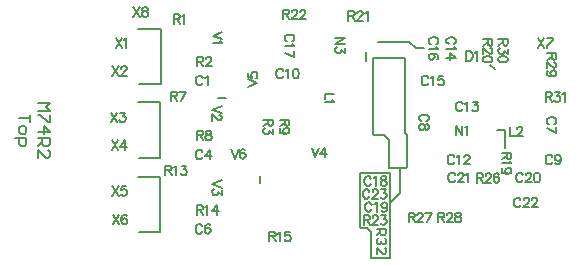
<source format=gto>
G04*
G04 #@! TF.GenerationSoftware,Altium Limited,Altium Designer,20.2.8 (258)*
G04*
G04 Layer_Color=65535*
%FSLAX44Y44*%
%MOMM*%
G71*
G04*
G04 #@! TF.SameCoordinates,7393FA29-42F3-4F85-A097-3E15B117B62E*
G04*
G04*
G04 #@! TF.FilePolarity,Positive*
G04*
G01*
G75*
%ADD10C,0.1500*%
D10*
X420000Y0D02*
X427000D01*
Y-15000D02*
Y0D01*
X115660Y-39450D02*
X134660D01*
Y-86450D02*
Y-39450D01*
X116660Y-86450D02*
X134660D01*
X115730Y23550D02*
X134730D01*
Y-23450D02*
Y23550D01*
X116730Y-23450D02*
X134730D01*
X117000Y39000D02*
X135000D01*
Y86000D01*
X116000D02*
X135000D01*
X329000Y-61000D02*
X330000D01*
X338000Y-53000D01*
Y-32000D01*
X303762Y-81762D02*
Y-36000D01*
Y-81762D02*
X305000Y-83000D01*
X310000D01*
X313000Y-86000D01*
Y-87000D02*
Y-86000D01*
Y-108000D02*
Y-87000D01*
Y-108000D02*
X329000D01*
Y-36000D01*
X303762D02*
X329000D01*
X315000Y-3000D02*
Y61000D01*
Y-3000D02*
X316000Y-4000D01*
X324000D01*
X328000Y-8000D01*
Y-32000D02*
Y-8000D01*
Y-32000D02*
X328000Y-32000D01*
X343000D01*
X344000Y-31000D01*
Y-4000D01*
X342000Y-2000D02*
X344000Y-4000D01*
X342000Y-2000D02*
Y61000D01*
X315000D02*
X342000D01*
X351000Y70000D02*
X358000D01*
X345000Y75000D02*
X351000Y70000D01*
X319000Y75000D02*
X345000D01*
X309000Y59000D02*
Y66000D01*
X414000Y55000D02*
X418000Y52000D01*
X219000Y-45000D02*
Y-39000D01*
X184000Y27000D02*
X190000D01*
X24829Y13329D02*
Y6665D01*
Y9997D01*
X14832D01*
Y1666D02*
Y-1666D01*
X16498Y-3332D01*
X19831D01*
X21497Y-1666D01*
Y1666D01*
X19831Y3332D01*
X16498D01*
X14832Y1666D01*
X11500Y-6665D02*
X21497D01*
Y-11663D01*
X19831Y-13329D01*
X16498D01*
X14832Y-11663D01*
Y-6665D01*
X31500Y23326D02*
X41497D01*
X38165Y19994D01*
X41497Y16661D01*
X31500D01*
X41497Y13329D02*
Y6665D01*
X39831D01*
X33166Y13329D01*
X31500D01*
Y-1666D02*
X41497D01*
X36498Y3332D01*
Y-3332D01*
X31500Y-6665D02*
X41497D01*
Y-11663D01*
X39831Y-13329D01*
X36498D01*
X34832Y-11663D01*
Y-6665D01*
Y-9997D02*
X31500Y-13329D01*
Y-23326D02*
Y-16661D01*
X38165Y-23326D01*
X39831D01*
X41497Y-21660D01*
Y-18327D01*
X39831Y-16661D01*
X318001Y-83337D02*
X325999D01*
Y-87336D01*
X324666Y-88668D01*
X322000D01*
X320667Y-87336D01*
Y-83337D01*
Y-86003D02*
X318001Y-88668D01*
X324666Y-91334D02*
X325999Y-92667D01*
Y-95333D01*
X324666Y-96666D01*
X323333D01*
X322000Y-95333D01*
Y-94000D01*
Y-95333D01*
X320667Y-96666D01*
X319334D01*
X318001Y-95333D01*
Y-92667D01*
X319334Y-91334D01*
X318001Y-104663D02*
Y-99332D01*
X323333Y-104663D01*
X324666D01*
X325999Y-103330D01*
Y-100665D01*
X324666Y-99332D01*
X439713Y-58906D02*
X439332Y-58144D01*
X438570Y-57383D01*
X437809Y-57002D01*
X436285D01*
X435523Y-57383D01*
X434762Y-58144D01*
X434381Y-58906D01*
X434000Y-60049D01*
Y-61953D01*
X434381Y-63096D01*
X434762Y-63857D01*
X435523Y-64619D01*
X436285Y-65000D01*
X437809D01*
X438570Y-64619D01*
X439332Y-63857D01*
X439713Y-63096D01*
X442341Y-58906D02*
Y-58525D01*
X442722Y-57763D01*
X443103Y-57383D01*
X443865Y-57002D01*
X445388D01*
X446150Y-57383D01*
X446531Y-57763D01*
X446912Y-58525D01*
Y-59287D01*
X446531Y-60049D01*
X445769Y-61191D01*
X441960Y-65000D01*
X447292D01*
X449463Y-58906D02*
Y-58525D01*
X449844Y-57763D01*
X450225Y-57383D01*
X450987Y-57002D01*
X452510D01*
X453272Y-57383D01*
X453653Y-57763D01*
X454034Y-58525D01*
Y-59287D01*
X453653Y-60049D01*
X452891Y-61191D01*
X449082Y-65000D01*
X454415D01*
X454336Y77999D02*
X459667Y70001D01*
Y77999D02*
X454336Y70001D01*
X462333Y77999D02*
X467664D01*
Y76666D01*
X462333Y71334D01*
Y70001D01*
X112000Y103998D02*
X117332Y96000D01*
Y103998D02*
X112000Y96000D01*
X121027Y103998D02*
X119884Y103617D01*
X119503Y102856D01*
Y102094D01*
X119884Y101332D01*
X120646Y100951D01*
X122169Y100570D01*
X123312Y100190D01*
X124074Y99428D01*
X124454Y98666D01*
Y97523D01*
X124074Y96762D01*
X123693Y96381D01*
X122550Y96000D01*
X121027D01*
X119884Y96381D01*
X119503Y96762D01*
X119122Y97523D01*
Y98666D01*
X119503Y99428D01*
X120265Y100190D01*
X121407Y100570D01*
X122931Y100951D01*
X123693Y101332D01*
X124074Y102094D01*
Y102856D01*
X123693Y103617D01*
X122550Y103998D01*
X121027D01*
X94612Y-71452D02*
X99944Y-79450D01*
Y-71452D02*
X94612Y-79450D01*
X106305Y-72594D02*
X105924Y-71832D01*
X104782Y-71452D01*
X104020D01*
X102877Y-71832D01*
X102115Y-72975D01*
X101735Y-74879D01*
Y-76784D01*
X102115Y-78307D01*
X102877Y-79069D01*
X104020Y-79450D01*
X104401D01*
X105543Y-79069D01*
X106305Y-78307D01*
X106686Y-77165D01*
Y-76784D01*
X106305Y-75641D01*
X105543Y-74879D01*
X104401Y-74499D01*
X104020D01*
X102877Y-74879D01*
X102115Y-75641D01*
X101735Y-76784D01*
X94136Y-47452D02*
X99468Y-55450D01*
Y-47452D02*
X94136Y-55450D01*
X105829Y-47452D02*
X102020D01*
X101639Y-50880D01*
X102020Y-50499D01*
X103163Y-50118D01*
X104305D01*
X105448Y-50499D01*
X106210Y-51260D01*
X106591Y-52403D01*
Y-53165D01*
X106210Y-54307D01*
X105448Y-55069D01*
X104305Y-55450D01*
X103163D01*
X102020Y-55069D01*
X101639Y-54688D01*
X101258Y-53927D01*
X93660Y-8452D02*
X98992Y-16450D01*
Y-8452D02*
X93660Y-16450D01*
X104591Y-8452D02*
X100782Y-13784D01*
X106495D01*
X104591Y-8452D02*
Y-16450D01*
X93000Y14998D02*
X98332Y7000D01*
Y14998D02*
X93000Y7000D01*
X100884Y14998D02*
X105074D01*
X102788Y11951D01*
X103931D01*
X104693Y11571D01*
X105074Y11190D01*
X105455Y10047D01*
Y9285D01*
X105074Y8143D01*
X104312Y7381D01*
X103169Y7000D01*
X102027D01*
X100884Y7381D01*
X100503Y7762D01*
X100122Y8523D01*
X94136Y53998D02*
X99468Y46000D01*
Y53998D02*
X94136Y46000D01*
X101639Y52094D02*
Y52475D01*
X102020Y53237D01*
X102401Y53617D01*
X103163Y53998D01*
X104686D01*
X105448Y53617D01*
X105829Y53237D01*
X106210Y52475D01*
Y51713D01*
X105829Y50951D01*
X105067Y49809D01*
X101258Y46000D01*
X106591D01*
X97000Y77998D02*
X102332Y70000D01*
Y77998D02*
X97000Y70000D01*
X104122Y76475D02*
X104884Y76856D01*
X106027Y77998D01*
Y70000D01*
X195000Y-16002D02*
X198047Y-24000D01*
X201094Y-16002D02*
X198047Y-24000D01*
X206693Y-17144D02*
X206312Y-16383D01*
X205169Y-16002D01*
X204408D01*
X203265Y-16383D01*
X202503Y-17525D01*
X202122Y-19430D01*
Y-21334D01*
X202503Y-22857D01*
X203265Y-23619D01*
X204408Y-24000D01*
X204788D01*
X205931Y-23619D01*
X206693Y-22857D01*
X207074Y-21715D01*
Y-21334D01*
X206693Y-20191D01*
X205931Y-19430D01*
X204788Y-19049D01*
X204408D01*
X203265Y-19430D01*
X202503Y-20191D01*
X202122Y-21334D01*
X209002Y37000D02*
X217000Y40047D01*
X209002Y43094D02*
X217000Y40047D01*
X209002Y48693D02*
Y44884D01*
X212430Y44503D01*
X212049Y44884D01*
X211668Y46027D01*
Y47169D01*
X212049Y48312D01*
X212810Y49074D01*
X213953Y49454D01*
X214715D01*
X215857Y49074D01*
X216619Y48312D01*
X217000Y47169D01*
Y46027D01*
X216619Y44884D01*
X216238Y44503D01*
X215476Y44122D01*
X263000Y-15002D02*
X266047Y-23000D01*
X269094Y-15002D02*
X266047Y-23000D01*
X273931Y-15002D02*
X270122Y-20334D01*
X275835D01*
X273931Y-15002D02*
Y-23000D01*
X186658Y-42450D02*
X178660Y-45497D01*
X186658Y-48544D02*
X178660Y-45497D01*
X186658Y-50334D02*
Y-54524D01*
X183611Y-52238D01*
Y-53381D01*
X183230Y-54143D01*
X182850Y-54524D01*
X181707Y-54904D01*
X180945D01*
X179803Y-54524D01*
X179041Y-53762D01*
X178660Y-52619D01*
Y-51477D01*
X179041Y-50334D01*
X179422Y-49953D01*
X180184Y-49572D01*
X186728Y20550D02*
X178730Y17503D01*
X186728Y14456D02*
X178730Y17503D01*
X184824Y13047D02*
X185205D01*
X185967Y12666D01*
X186348Y12285D01*
X186728Y11523D01*
Y10000D01*
X186348Y9238D01*
X185967Y8857D01*
X185205Y8476D01*
X184443D01*
X183681Y8857D01*
X182539Y9619D01*
X178730Y13428D01*
Y8096D01*
X186998Y83000D02*
X179000Y79953D01*
X186998Y76906D02*
X179000Y79953D01*
X185475Y75878D02*
X185856Y75116D01*
X186998Y73973D01*
X179000D01*
X243998Y9000D02*
X236000D01*
X243998D02*
Y5572D01*
X243617Y4430D01*
X243237Y4049D01*
X242475Y3668D01*
X241713D01*
X240951Y4049D01*
X240571Y4430D01*
X240190Y5572D01*
Y9000D01*
Y6334D02*
X236000Y3668D01*
X241332Y-3074D02*
X240190Y-2693D01*
X239428Y-1931D01*
X239047Y-788D01*
Y-408D01*
X239428Y735D01*
X240190Y1497D01*
X241332Y1878D01*
X241713D01*
X242856Y1497D01*
X243617Y735D01*
X243998Y-408D01*
Y-788D01*
X243617Y-1931D01*
X242856Y-2693D01*
X241332Y-3074D01*
X239428D01*
X237523Y-2693D01*
X236381Y-1931D01*
X236000Y-788D01*
Y-27D01*
X236381Y1116D01*
X237143Y1497D01*
X165730Y-452D02*
Y-8450D01*
Y-452D02*
X169158D01*
X170301Y-833D01*
X170681Y-1213D01*
X171062Y-1975D01*
Y-2737D01*
X170681Y-3499D01*
X170301Y-3880D01*
X169158Y-4260D01*
X165730D01*
X168396D02*
X171062Y-8450D01*
X174757Y-452D02*
X173614Y-833D01*
X173233Y-1594D01*
Y-2356D01*
X173614Y-3118D01*
X174376Y-3499D01*
X175899Y-3880D01*
X177042Y-4260D01*
X177804Y-5022D01*
X178185Y-5784D01*
Y-6927D01*
X177804Y-7688D01*
X177423Y-8069D01*
X176280Y-8450D01*
X174757D01*
X173614Y-8069D01*
X173233Y-7688D01*
X172852Y-6927D01*
Y-5784D01*
X173233Y-5022D01*
X173995Y-4260D01*
X175138Y-3880D01*
X176661Y-3499D01*
X177423Y-3118D01*
X177804Y-2356D01*
Y-1594D01*
X177423Y-833D01*
X176280Y-452D01*
X174757D01*
X143730Y32548D02*
Y24550D01*
Y32548D02*
X147158D01*
X148301Y32167D01*
X148681Y31787D01*
X149062Y31025D01*
Y30263D01*
X148681Y29501D01*
X148301Y29121D01*
X147158Y28740D01*
X143730D01*
X146396D02*
X149062Y24550D01*
X156185Y32548D02*
X152376Y24550D01*
X150852Y32548D02*
X156185D01*
X461000Y31998D02*
Y24000D01*
Y31998D02*
X464428D01*
X465570Y31617D01*
X465951Y31237D01*
X466332Y30475D01*
Y29713D01*
X465951Y28951D01*
X465570Y28570D01*
X464428Y28190D01*
X461000D01*
X463666D02*
X466332Y24000D01*
X468884Y31998D02*
X473074D01*
X470788Y28951D01*
X471931D01*
X472693Y28570D01*
X473074Y28190D01*
X473455Y27047D01*
Y26285D01*
X473074Y25143D01*
X472312Y24381D01*
X471169Y24000D01*
X470027D01*
X468884Y24381D01*
X468503Y24762D01*
X468122Y25524D01*
X475245Y30475D02*
X476006Y30856D01*
X477149Y31998D01*
Y24000D01*
X428998Y77000D02*
X421000D01*
X428998D02*
Y73572D01*
X428617Y72429D01*
X428237Y72049D01*
X427475Y71668D01*
X426713D01*
X425951Y72049D01*
X425570Y72429D01*
X425190Y73572D01*
Y77000D01*
Y74334D02*
X421000Y71668D01*
X428998Y69116D02*
Y64926D01*
X425951Y67212D01*
Y66069D01*
X425570Y65307D01*
X425190Y64926D01*
X424047Y64545D01*
X423285D01*
X422143Y64926D01*
X421381Y65688D01*
X421000Y66831D01*
Y67973D01*
X421381Y69116D01*
X421762Y69497D01*
X422523Y69878D01*
X428998Y60470D02*
X428617Y61613D01*
X427475Y62375D01*
X425570Y62755D01*
X424428D01*
X422523Y62375D01*
X421381Y61613D01*
X421000Y60470D01*
Y59708D01*
X421381Y58566D01*
X422523Y57804D01*
X424428Y57423D01*
X425570D01*
X427475Y57804D01*
X428617Y58566D01*
X428998Y59708D01*
Y60470D01*
X229998Y9000D02*
X222000D01*
X229998D02*
Y5572D01*
X229617Y4430D01*
X229237Y4049D01*
X228475Y3668D01*
X227713D01*
X226951Y4049D01*
X226570Y4430D01*
X226190Y5572D01*
Y9000D01*
Y6334D02*
X222000Y3668D01*
X229998Y1116D02*
Y-3074D01*
X226951Y-788D01*
Y-1931D01*
X226570Y-2693D01*
X226190Y-3074D01*
X225047Y-3455D01*
X224285D01*
X223143Y-3074D01*
X222381Y-2312D01*
X222000Y-1169D01*
Y-27D01*
X222381Y1116D01*
X222762Y1497D01*
X223524Y1878D01*
X469998Y65000D02*
X462000D01*
X469998D02*
Y61572D01*
X469617Y60430D01*
X469237Y60049D01*
X468475Y59668D01*
X467713D01*
X466951Y60049D01*
X466570Y60430D01*
X466190Y61572D01*
Y65000D01*
Y62334D02*
X462000Y59668D01*
X468094Y57497D02*
X468475D01*
X469237Y57116D01*
X469617Y56735D01*
X469998Y55973D01*
Y54450D01*
X469617Y53688D01*
X469237Y53307D01*
X468475Y52926D01*
X467713D01*
X466951Y53307D01*
X465809Y54069D01*
X462000Y57878D01*
Y52545D01*
X467332Y45804D02*
X466190Y46185D01*
X465428Y46947D01*
X465047Y48089D01*
Y48470D01*
X465428Y49613D01*
X466190Y50374D01*
X467332Y50755D01*
X467713D01*
X468856Y50374D01*
X469617Y49613D01*
X469998Y48470D01*
Y48089D01*
X469617Y46947D01*
X468856Y46185D01*
X467332Y45804D01*
X465428D01*
X463523Y46185D01*
X462381Y46947D01*
X462000Y48089D01*
Y48851D01*
X462381Y49994D01*
X463143Y50374D01*
X370000Y-70002D02*
Y-78000D01*
Y-70002D02*
X373428D01*
X374570Y-70383D01*
X374951Y-70763D01*
X375332Y-71525D01*
Y-72287D01*
X374951Y-73049D01*
X374570Y-73429D01*
X373428Y-73810D01*
X370000D01*
X372666D02*
X375332Y-78000D01*
X377503Y-71906D02*
Y-71525D01*
X377884Y-70763D01*
X378265Y-70383D01*
X379027Y-70002D01*
X380550D01*
X381312Y-70383D01*
X381693Y-70763D01*
X382074Y-71525D01*
Y-72287D01*
X381693Y-73049D01*
X380931Y-74191D01*
X377122Y-78000D01*
X382454D01*
X386149Y-70002D02*
X385006Y-70383D01*
X384625Y-71144D01*
Y-71906D01*
X385006Y-72668D01*
X385768Y-73049D01*
X387291Y-73429D01*
X388434Y-73810D01*
X389196Y-74572D01*
X389577Y-75334D01*
Y-76476D01*
X389196Y-77238D01*
X388815Y-77619D01*
X387672Y-78000D01*
X386149D01*
X385006Y-77619D01*
X384625Y-77238D01*
X384245Y-76476D01*
Y-75334D01*
X384625Y-74572D01*
X385387Y-73810D01*
X386530Y-73429D01*
X388053Y-73049D01*
X388815Y-72668D01*
X389196Y-71906D01*
Y-71144D01*
X388815Y-70383D01*
X387672Y-70002D01*
X386149D01*
X345000D02*
Y-78000D01*
Y-70002D02*
X348428D01*
X349570Y-70383D01*
X349951Y-70763D01*
X350332Y-71525D01*
Y-72287D01*
X349951Y-73049D01*
X349570Y-73429D01*
X348428Y-73810D01*
X345000D01*
X347666D02*
X350332Y-78000D01*
X352503Y-71906D02*
Y-71525D01*
X352884Y-70763D01*
X353265Y-70383D01*
X354027Y-70002D01*
X355550D01*
X356312Y-70383D01*
X356693Y-70763D01*
X357074Y-71525D01*
Y-72287D01*
X356693Y-73049D01*
X355931Y-74191D01*
X352122Y-78000D01*
X357454D01*
X364577Y-70002D02*
X360768Y-78000D01*
X359245Y-70002D02*
X364577D01*
X402670Y-36462D02*
Y-44460D01*
Y-36462D02*
X406098D01*
X407240Y-36843D01*
X407621Y-37223D01*
X408002Y-37985D01*
Y-38747D01*
X407621Y-39509D01*
X407240Y-39890D01*
X406098Y-40270D01*
X402670D01*
X405336D02*
X408002Y-44460D01*
X410173Y-38366D02*
Y-37985D01*
X410554Y-37223D01*
X410935Y-36843D01*
X411697Y-36462D01*
X413220D01*
X413982Y-36843D01*
X414363Y-37223D01*
X414744Y-37985D01*
Y-38747D01*
X414363Y-39509D01*
X413601Y-40651D01*
X409792Y-44460D01*
X415125D01*
X421485Y-37604D02*
X421104Y-36843D01*
X419962Y-36462D01*
X419200D01*
X418057Y-36843D01*
X417295Y-37985D01*
X416915Y-39890D01*
Y-41794D01*
X417295Y-43317D01*
X418057Y-44079D01*
X419200Y-44460D01*
X419581D01*
X420723Y-44079D01*
X421485Y-43317D01*
X421866Y-42175D01*
Y-41794D01*
X421485Y-40651D01*
X420723Y-39890D01*
X419581Y-39509D01*
X419200D01*
X418057Y-39890D01*
X417295Y-40651D01*
X416915Y-41794D01*
X307000Y-72002D02*
Y-80000D01*
Y-72002D02*
X310428D01*
X311570Y-72383D01*
X311951Y-72763D01*
X312332Y-73525D01*
Y-74287D01*
X311951Y-75049D01*
X311570Y-75430D01*
X310428Y-75810D01*
X307000D01*
X309666D02*
X312332Y-80000D01*
X314503Y-73906D02*
Y-73525D01*
X314884Y-72763D01*
X315265Y-72383D01*
X316027Y-72002D01*
X317550D01*
X318312Y-72383D01*
X318693Y-72763D01*
X319074Y-73525D01*
Y-74287D01*
X318693Y-75049D01*
X317931Y-76191D01*
X314122Y-80000D01*
X319454D01*
X322006Y-72002D02*
X326196D01*
X323911Y-75049D01*
X325053D01*
X325815Y-75430D01*
X326196Y-75810D01*
X326577Y-76953D01*
Y-77715D01*
X326196Y-78857D01*
X325434Y-79619D01*
X324291Y-80000D01*
X323149D01*
X322006Y-79619D01*
X321625Y-79238D01*
X321245Y-78477D01*
X238510Y101998D02*
Y94000D01*
Y101998D02*
X241938D01*
X243080Y101617D01*
X243461Y101237D01*
X243842Y100475D01*
Y99713D01*
X243461Y98951D01*
X243080Y98570D01*
X241938Y98190D01*
X238510D01*
X241176D02*
X243842Y94000D01*
X246013Y100094D02*
Y100475D01*
X246394Y101237D01*
X246775Y101617D01*
X247537Y101998D01*
X249060D01*
X249822Y101617D01*
X250203Y101237D01*
X250584Y100475D01*
Y99713D01*
X250203Y98951D01*
X249441Y97809D01*
X245632Y94000D01*
X250964D01*
X253135Y100094D02*
Y100475D01*
X253516Y101237D01*
X253897Y101617D01*
X254659Y101998D01*
X256182D01*
X256944Y101617D01*
X257325Y101237D01*
X257706Y100475D01*
Y99713D01*
X257325Y98951D01*
X256563Y97809D01*
X252754Y94000D01*
X258087D01*
X294110Y100801D02*
Y92802D01*
Y100801D02*
X297538D01*
X298680Y100420D01*
X299061Y100039D01*
X299442Y99277D01*
Y98516D01*
X299061Y97754D01*
X298680Y97373D01*
X297538Y96992D01*
X294110D01*
X296776D02*
X299442Y92802D01*
X301613Y98896D02*
Y99277D01*
X301994Y100039D01*
X302375Y100420D01*
X303137Y100801D01*
X304660D01*
X305422Y100420D01*
X305803Y100039D01*
X306184Y99277D01*
Y98516D01*
X305803Y97754D01*
X305041Y96611D01*
X301232Y92802D01*
X306565D01*
X308355Y99277D02*
X309116Y99658D01*
X310259Y100801D01*
Y92802D01*
X415998Y77000D02*
X408000D01*
X415998D02*
Y73572D01*
X415617Y72429D01*
X415237Y72049D01*
X414475Y71668D01*
X413713D01*
X412951Y72049D01*
X412570Y72429D01*
X412190Y73572D01*
Y77000D01*
Y74334D02*
X408000Y71668D01*
X414094Y69497D02*
X414475D01*
X415237Y69116D01*
X415617Y68735D01*
X415998Y67973D01*
Y66450D01*
X415617Y65688D01*
X415237Y65307D01*
X414475Y64926D01*
X413713D01*
X412951Y65307D01*
X411809Y66069D01*
X408000Y69878D01*
Y64545D01*
X415998Y60470D02*
X415617Y61613D01*
X414475Y62375D01*
X412570Y62755D01*
X411428D01*
X409524Y62375D01*
X408381Y61613D01*
X408000Y60470D01*
Y59708D01*
X408381Y58566D01*
X409524Y57804D01*
X411428Y57423D01*
X412570D01*
X414475Y57804D01*
X415617Y58566D01*
X415998Y59708D01*
Y60470D01*
X166000Y61998D02*
Y54000D01*
Y61998D02*
X169428D01*
X170571Y61617D01*
X170951Y61237D01*
X171332Y60475D01*
Y59713D01*
X170951Y58951D01*
X170571Y58570D01*
X169428Y58190D01*
X166000D01*
X168666D02*
X171332Y54000D01*
X173503Y60094D02*
Y60475D01*
X173884Y61237D01*
X174265Y61617D01*
X175027Y61998D01*
X176550D01*
X177312Y61617D01*
X177693Y61237D01*
X178074Y60475D01*
Y59713D01*
X177693Y58951D01*
X176931Y57809D01*
X173122Y54000D01*
X178454D01*
X431998Y-19000D02*
X424000D01*
X431998D02*
Y-22428D01*
X431617Y-23570D01*
X431237Y-23951D01*
X430475Y-24332D01*
X429713D01*
X428951Y-23951D01*
X428570Y-23570D01*
X428190Y-22428D01*
Y-19000D01*
Y-21666D02*
X424000Y-24332D01*
X430475Y-26122D02*
X430856Y-26884D01*
X431998Y-28027D01*
X424000D01*
X429332Y-36939D02*
X428190Y-36558D01*
X427428Y-35796D01*
X427047Y-34654D01*
Y-34273D01*
X427428Y-33130D01*
X428190Y-32369D01*
X429332Y-31988D01*
X429713D01*
X430856Y-32369D01*
X431617Y-33130D01*
X431998Y-34273D01*
Y-34654D01*
X431617Y-35796D01*
X430856Y-36558D01*
X429332Y-36939D01*
X427428D01*
X425523Y-36558D01*
X424381Y-35796D01*
X424000Y-34654D01*
Y-33892D01*
X424381Y-32749D01*
X425143Y-32369D01*
X227000Y-86002D02*
Y-94000D01*
Y-86002D02*
X230428D01*
X231570Y-86383D01*
X231951Y-86763D01*
X232332Y-87525D01*
Y-88287D01*
X231951Y-89049D01*
X231570Y-89430D01*
X230428Y-89810D01*
X227000D01*
X229666D02*
X232332Y-94000D01*
X234122Y-87525D02*
X234884Y-87144D01*
X236027Y-86002D01*
Y-94000D01*
X244558Y-86002D02*
X240749D01*
X240369Y-89430D01*
X240749Y-89049D01*
X241892Y-88668D01*
X243035D01*
X244177Y-89049D01*
X244939Y-89810D01*
X245320Y-90953D01*
Y-91715D01*
X244939Y-92857D01*
X244177Y-93619D01*
X243035Y-94000D01*
X241892D01*
X240749Y-93619D01*
X240369Y-93238D01*
X239988Y-92477D01*
X165660Y-63452D02*
Y-71450D01*
Y-63452D02*
X169088D01*
X170231Y-63833D01*
X170611Y-64213D01*
X170992Y-64975D01*
Y-65737D01*
X170611Y-66499D01*
X170231Y-66880D01*
X169088Y-67260D01*
X165660D01*
X168326D02*
X170992Y-71450D01*
X172782Y-64975D02*
X173544Y-64594D01*
X174687Y-63452D01*
Y-71450D01*
X182456Y-63452D02*
X178648Y-68784D01*
X184361D01*
X182456Y-63452D02*
Y-71450D01*
X139000Y-30002D02*
Y-38000D01*
Y-30002D02*
X142428D01*
X143570Y-30383D01*
X143951Y-30763D01*
X144332Y-31525D01*
Y-32287D01*
X143951Y-33049D01*
X143570Y-33430D01*
X142428Y-33810D01*
X139000D01*
X141666D02*
X144332Y-38000D01*
X146122Y-31525D02*
X146884Y-31144D01*
X148027Y-30002D01*
Y-38000D01*
X152750Y-30002D02*
X156939D01*
X154654Y-33049D01*
X155796D01*
X156558Y-33430D01*
X156939Y-33810D01*
X157320Y-34953D01*
Y-35715D01*
X156939Y-36857D01*
X156177Y-37619D01*
X155035Y-38000D01*
X153892D01*
X152750Y-37619D01*
X152369Y-37238D01*
X151988Y-36477D01*
X146000Y97998D02*
Y90000D01*
Y97998D02*
X149428D01*
X150570Y97617D01*
X150951Y97237D01*
X151332Y96475D01*
Y95713D01*
X150951Y94951D01*
X150570Y94570D01*
X149428Y94190D01*
X146000D01*
X148666D02*
X151332Y90000D01*
X153122Y96475D02*
X153884Y96856D01*
X155027Y97998D01*
Y90000D01*
X290998Y78000D02*
X283000D01*
X290998D02*
X283000Y72668D01*
X290998D02*
X283000D01*
X290998Y69697D02*
Y65507D01*
X287951Y67793D01*
Y66650D01*
X287570Y65888D01*
X287190Y65507D01*
X286047Y65127D01*
X285285D01*
X284143Y65507D01*
X283381Y66269D01*
X283000Y67412D01*
Y68554D01*
X283381Y69697D01*
X283762Y70078D01*
X284524Y70459D01*
X385000Y3998D02*
Y-4000D01*
Y3998D02*
X390332Y-4000D01*
Y3998D02*
Y-4000D01*
X392541Y2475D02*
X393303Y2856D01*
X394446Y3998D01*
Y-4000D01*
X431000Y2998D02*
Y-5000D01*
X435570D01*
X436827Y1094D02*
Y1475D01*
X437208Y2237D01*
X437589Y2617D01*
X438351Y2998D01*
X439874D01*
X440636Y2617D01*
X441017Y2237D01*
X441398Y1475D01*
Y713D01*
X441017Y-49D01*
X440255Y-1191D01*
X436446Y-5000D01*
X441779D01*
X281998Y31000D02*
X274000D01*
Y26430D01*
X280475Y25554D02*
X280856Y24792D01*
X281998Y23649D01*
X274000D01*
X394000Y66998D02*
Y59000D01*
Y66998D02*
X396666D01*
X397809Y66617D01*
X398570Y65856D01*
X398951Y65094D01*
X399332Y63951D01*
Y62047D01*
X398951Y60904D01*
X398570Y60143D01*
X397809Y59381D01*
X396666Y59000D01*
X394000D01*
X401122Y65475D02*
X401884Y65856D01*
X403027Y66998D01*
Y59000D01*
X466713Y-22906D02*
X466332Y-22144D01*
X465570Y-21383D01*
X464809Y-21002D01*
X463285D01*
X462523Y-21383D01*
X461762Y-22144D01*
X461381Y-22906D01*
X461000Y-24049D01*
Y-25953D01*
X461381Y-27096D01*
X461762Y-27857D01*
X462523Y-28619D01*
X463285Y-29000D01*
X464809D01*
X465570Y-28619D01*
X466332Y-27857D01*
X466713Y-27096D01*
X473912Y-23668D02*
X473531Y-24810D01*
X472769Y-25572D01*
X471626Y-25953D01*
X471245D01*
X470103Y-25572D01*
X469341Y-24810D01*
X468960Y-23668D01*
Y-23287D01*
X469341Y-22144D01*
X470103Y-21383D01*
X471245Y-21002D01*
X471626D01*
X472769Y-21383D01*
X473531Y-22144D01*
X473912Y-23668D01*
Y-25572D01*
X473531Y-27476D01*
X472769Y-28619D01*
X471626Y-29000D01*
X470865D01*
X469722Y-28619D01*
X469341Y-27857D01*
X360060Y7601D02*
X360822Y7982D01*
X361584Y8743D01*
X361965Y9505D01*
Y11029D01*
X361584Y11790D01*
X360822Y12552D01*
X360060Y12933D01*
X358918Y13314D01*
X357013D01*
X355871Y12933D01*
X355109Y12552D01*
X354347Y11790D01*
X353966Y11029D01*
Y9505D01*
X354347Y8743D01*
X355109Y7982D01*
X355871Y7601D01*
X361965Y3449D02*
X361584Y4592D01*
X360822Y4973D01*
X360060D01*
X359299Y4592D01*
X358918Y3830D01*
X358537Y2307D01*
X358156Y1164D01*
X357394Y402D01*
X356632Y22D01*
X355490D01*
X354728Y402D01*
X354347Y783D01*
X353966Y1926D01*
Y3449D01*
X354347Y4592D01*
X354728Y4973D01*
X355490Y5354D01*
X356632D01*
X357394Y4973D01*
X358156Y4211D01*
X358537Y3068D01*
X358918Y1545D01*
X359299Y783D01*
X360060Y402D01*
X360822D01*
X361584Y783D01*
X361965Y1926D01*
Y3449D01*
X468094Y5287D02*
X468856Y5668D01*
X469617Y6430D01*
X469998Y7191D01*
Y8715D01*
X469617Y9477D01*
X468856Y10238D01*
X468094Y10619D01*
X466951Y11000D01*
X465047D01*
X463904Y10619D01*
X463143Y10238D01*
X462381Y9477D01*
X462000Y8715D01*
Y7191D01*
X462381Y6430D01*
X463143Y5668D01*
X463904Y5287D01*
X469998Y-2292D02*
X462000Y1516D01*
X469998Y3040D02*
Y-2292D01*
X170373Y-81356D02*
X169992Y-80594D01*
X169230Y-79833D01*
X168469Y-79452D01*
X166945D01*
X166184Y-79833D01*
X165422Y-80594D01*
X165041Y-81356D01*
X164660Y-82499D01*
Y-84403D01*
X165041Y-85546D01*
X165422Y-86307D01*
X166184Y-87069D01*
X166945Y-87450D01*
X168469D01*
X169230Y-87069D01*
X169992Y-86307D01*
X170373Y-85546D01*
X177191Y-80594D02*
X176810Y-79833D01*
X175667Y-79452D01*
X174905D01*
X173763Y-79833D01*
X173001Y-80975D01*
X172620Y-82879D01*
Y-84784D01*
X173001Y-86307D01*
X173763Y-87069D01*
X174905Y-87450D01*
X175286D01*
X176429Y-87069D01*
X177191Y-86307D01*
X177572Y-85165D01*
Y-84784D01*
X177191Y-83641D01*
X176429Y-82879D01*
X175286Y-82499D01*
X174905D01*
X173763Y-82879D01*
X173001Y-83641D01*
X172620Y-84784D01*
X170443Y-18356D02*
X170062Y-17594D01*
X169300Y-16832D01*
X168539Y-16452D01*
X167015D01*
X166254Y-16832D01*
X165492Y-17594D01*
X165111Y-18356D01*
X164730Y-19499D01*
Y-21403D01*
X165111Y-22546D01*
X165492Y-23307D01*
X166254Y-24069D01*
X167015Y-24450D01*
X168539D01*
X169300Y-24069D01*
X170062Y-23307D01*
X170443Y-22546D01*
X176499Y-16452D02*
X172690Y-21784D01*
X178403D01*
X176499Y-16452D02*
Y-24450D01*
X311875Y-51906D02*
X311494Y-51144D01*
X310732Y-50383D01*
X309971Y-50002D01*
X308447D01*
X307686Y-50383D01*
X306924Y-51144D01*
X306543Y-51906D01*
X306162Y-53049D01*
Y-54953D01*
X306543Y-56096D01*
X306924Y-56857D01*
X307686Y-57619D01*
X308447Y-58000D01*
X309971D01*
X310732Y-57619D01*
X311494Y-56857D01*
X311875Y-56096D01*
X314503Y-51906D02*
Y-51525D01*
X314884Y-50763D01*
X315265Y-50383D01*
X316027Y-50002D01*
X317550D01*
X318312Y-50383D01*
X318693Y-50763D01*
X319074Y-51525D01*
Y-52287D01*
X318693Y-53049D01*
X317931Y-54191D01*
X314122Y-58000D01*
X319454D01*
X322006Y-50002D02*
X326196D01*
X323911Y-53049D01*
X325053D01*
X325815Y-53429D01*
X326196Y-53810D01*
X326577Y-54953D01*
Y-55715D01*
X326196Y-56857D01*
X325434Y-57619D01*
X324291Y-58000D01*
X323149D01*
X322006Y-57619D01*
X321625Y-57238D01*
X321245Y-56476D01*
X384333Y-37906D02*
X383952Y-37144D01*
X383190Y-36383D01*
X382429Y-36002D01*
X380905D01*
X380144Y-36383D01*
X379382Y-37144D01*
X379001Y-37906D01*
X378620Y-39049D01*
Y-40953D01*
X379001Y-42096D01*
X379382Y-42857D01*
X380144Y-43619D01*
X380905Y-44000D01*
X382429D01*
X383190Y-43619D01*
X383952Y-42857D01*
X384333Y-42096D01*
X386961Y-37906D02*
Y-37525D01*
X387342Y-36763D01*
X387723Y-36383D01*
X388485Y-36002D01*
X390008D01*
X390770Y-36383D01*
X391151Y-36763D01*
X391531Y-37525D01*
Y-38287D01*
X391151Y-39049D01*
X390389Y-40191D01*
X386580Y-44000D01*
X391912D01*
X393703Y-37525D02*
X394464Y-37144D01*
X395607Y-36002D01*
Y-44000D01*
X441713Y-37906D02*
X441332Y-37144D01*
X440570Y-36383D01*
X439809Y-36002D01*
X438285D01*
X437523Y-36383D01*
X436762Y-37144D01*
X436381Y-37906D01*
X436000Y-39049D01*
Y-40953D01*
X436381Y-42096D01*
X436762Y-42857D01*
X437523Y-43619D01*
X438285Y-44000D01*
X439809D01*
X440570Y-43619D01*
X441332Y-42857D01*
X441713Y-42096D01*
X444341Y-37906D02*
Y-37525D01*
X444722Y-36763D01*
X445103Y-36383D01*
X445865Y-36002D01*
X447388D01*
X448150Y-36383D01*
X448531Y-36763D01*
X448912Y-37525D01*
Y-38287D01*
X448531Y-39049D01*
X447769Y-40191D01*
X443960Y-44000D01*
X449292D01*
X453368Y-36002D02*
X452225Y-36383D01*
X451463Y-37525D01*
X451082Y-39430D01*
Y-40572D01*
X451463Y-42477D01*
X452225Y-43619D01*
X453368Y-44000D01*
X454129D01*
X455272Y-43619D01*
X456034Y-42477D01*
X456415Y-40572D01*
Y-39430D01*
X456034Y-37525D01*
X455272Y-36383D01*
X454129Y-36002D01*
X453368D01*
X313713Y-62906D02*
X313332Y-62144D01*
X312570Y-61383D01*
X311809Y-61002D01*
X310285D01*
X309524Y-61383D01*
X308762Y-62144D01*
X308381Y-62906D01*
X308000Y-64049D01*
Y-65953D01*
X308381Y-67096D01*
X308762Y-67857D01*
X309524Y-68619D01*
X310285Y-69000D01*
X311809D01*
X312570Y-68619D01*
X313332Y-67857D01*
X313713Y-67096D01*
X315960Y-62525D02*
X316722Y-62144D01*
X317865Y-61002D01*
Y-69000D01*
X326777Y-63668D02*
X326396Y-64810D01*
X325634Y-65572D01*
X324492Y-65953D01*
X324111D01*
X322968Y-65572D01*
X322206Y-64810D01*
X321826Y-63668D01*
Y-63287D01*
X322206Y-62144D01*
X322968Y-61383D01*
X324111Y-61002D01*
X324492D01*
X325634Y-61383D01*
X326396Y-62144D01*
X326777Y-63668D01*
Y-65572D01*
X326396Y-67477D01*
X325634Y-68619D01*
X324492Y-69000D01*
X323730D01*
X322587Y-68619D01*
X322206Y-67857D01*
X313132Y-40906D02*
X312751Y-40144D01*
X311989Y-39383D01*
X311228Y-39002D01*
X309704D01*
X308942Y-39383D01*
X308181Y-40144D01*
X307800Y-40906D01*
X307419Y-42049D01*
Y-43953D01*
X307800Y-45096D01*
X308181Y-45857D01*
X308942Y-46619D01*
X309704Y-47000D01*
X311228D01*
X311989Y-46619D01*
X312751Y-45857D01*
X313132Y-45096D01*
X315379Y-40525D02*
X316141Y-40144D01*
X317283Y-39002D01*
Y-47000D01*
X323149Y-39002D02*
X322006Y-39383D01*
X321625Y-40144D01*
Y-40906D01*
X322006Y-41668D01*
X322768Y-42049D01*
X324291Y-42429D01*
X325434Y-42810D01*
X326196Y-43572D01*
X326577Y-44334D01*
Y-45476D01*
X326196Y-46238D01*
X325815Y-46619D01*
X324672Y-47000D01*
X323149D01*
X322006Y-46619D01*
X321625Y-46238D01*
X321245Y-45476D01*
Y-44334D01*
X321625Y-43572D01*
X322387Y-42810D01*
X323530Y-42429D01*
X325053Y-42049D01*
X325815Y-41668D01*
X326196Y-40906D01*
Y-40144D01*
X325815Y-39383D01*
X324672Y-39002D01*
X323149D01*
X246094Y75287D02*
X246856Y75668D01*
X247617Y76430D01*
X247998Y77191D01*
Y78715D01*
X247617Y79476D01*
X246856Y80238D01*
X246094Y80619D01*
X244951Y81000D01*
X243047D01*
X241904Y80619D01*
X241143Y80238D01*
X240381Y79476D01*
X240000Y78715D01*
Y77191D01*
X240381Y76430D01*
X241143Y75668D01*
X241904Y75287D01*
X246475Y73040D02*
X246856Y72278D01*
X247998Y71135D01*
X240000D01*
X247998Y61842D02*
X240000Y65651D01*
X247998Y67174D02*
Y61842D01*
X368085Y72828D02*
X368846Y73209D01*
X369608Y73971D01*
X369989Y74733D01*
Y76256D01*
X369608Y77018D01*
X368846Y77779D01*
X368085Y78160D01*
X366942Y78541D01*
X365038D01*
X363895Y78160D01*
X363133Y77779D01*
X362372Y77018D01*
X361991Y76256D01*
Y74733D01*
X362372Y73971D01*
X363133Y73209D01*
X363895Y72828D01*
X368465Y70581D02*
X368846Y69819D01*
X369989Y68677D01*
X361991D01*
X368846Y60145D02*
X369608Y60526D01*
X369989Y61669D01*
Y62430D01*
X369608Y63573D01*
X368465Y64335D01*
X366561Y64716D01*
X364657D01*
X363133Y64335D01*
X362372Y63573D01*
X361991Y62430D01*
Y62049D01*
X362372Y60907D01*
X363133Y60145D01*
X364276Y59764D01*
X364657D01*
X365799Y60145D01*
X366561Y60907D01*
X366942Y62049D01*
Y62430D01*
X366561Y63573D01*
X365799Y64335D01*
X364657Y64716D01*
X361713Y44094D02*
X361332Y44856D01*
X360570Y45617D01*
X359809Y45998D01*
X358285D01*
X357523Y45617D01*
X356762Y44856D01*
X356381Y44094D01*
X356000Y42951D01*
Y41047D01*
X356381Y39904D01*
X356762Y39143D01*
X357523Y38381D01*
X358285Y38000D01*
X359809D01*
X360570Y38381D01*
X361332Y39143D01*
X361713Y39904D01*
X363960Y44475D02*
X364722Y44856D01*
X365865Y45998D01*
Y38000D01*
X374396Y45998D02*
X370587D01*
X370206Y42571D01*
X370587Y42951D01*
X371730Y43332D01*
X372873D01*
X374015Y42951D01*
X374777Y42190D01*
X375158Y41047D01*
Y40285D01*
X374777Y39143D01*
X374015Y38381D01*
X372873Y38000D01*
X371730D01*
X370587Y38381D01*
X370206Y38762D01*
X369826Y39523D01*
X383085Y73114D02*
X383846Y73495D01*
X384608Y74257D01*
X384989Y75018D01*
Y76542D01*
X384608Y77304D01*
X383846Y78065D01*
X383085Y78446D01*
X381942Y78827D01*
X380038D01*
X378895Y78446D01*
X378133Y78065D01*
X377371Y77304D01*
X376991Y76542D01*
Y75018D01*
X377371Y74257D01*
X378133Y73495D01*
X378895Y73114D01*
X383465Y70867D02*
X383846Y70105D01*
X384989Y68962D01*
X376991D01*
X384989Y61193D02*
X379657Y65001D01*
Y59288D01*
X384989Y61193D02*
X376991D01*
X390713Y22094D02*
X390332Y22856D01*
X389570Y23617D01*
X388809Y23998D01*
X387285D01*
X386524Y23617D01*
X385762Y22856D01*
X385381Y22094D01*
X385000Y20951D01*
Y19047D01*
X385381Y17904D01*
X385762Y17143D01*
X386524Y16381D01*
X387285Y16000D01*
X388809D01*
X389570Y16381D01*
X390332Y17143D01*
X390713Y17904D01*
X392960Y22475D02*
X393722Y22856D01*
X394865Y23998D01*
Y16000D01*
X399587Y23998D02*
X403777D01*
X401492Y20951D01*
X402634D01*
X403396Y20570D01*
X403777Y20190D01*
X404158Y19047D01*
Y18285D01*
X403777Y17143D01*
X403015Y16381D01*
X401873Y16000D01*
X400730D01*
X399587Y16381D01*
X399207Y16762D01*
X398826Y17523D01*
X383713Y-22906D02*
X383332Y-22144D01*
X382570Y-21383D01*
X381809Y-21002D01*
X380285D01*
X379524Y-21383D01*
X378762Y-22144D01*
X378381Y-22906D01*
X378000Y-24049D01*
Y-25953D01*
X378381Y-27096D01*
X378762Y-27857D01*
X379524Y-28619D01*
X380285Y-29000D01*
X381809D01*
X382570Y-28619D01*
X383332Y-27857D01*
X383713Y-27096D01*
X385960Y-22525D02*
X386722Y-22144D01*
X387865Y-21002D01*
Y-29000D01*
X392206Y-22906D02*
Y-22525D01*
X392587Y-21763D01*
X392968Y-21383D01*
X393730Y-21002D01*
X395253D01*
X396015Y-21383D01*
X396396Y-21763D01*
X396777Y-22525D01*
Y-23287D01*
X396396Y-24049D01*
X395634Y-25191D01*
X391826Y-29000D01*
X397158D01*
X238713Y50094D02*
X238332Y50856D01*
X237570Y51617D01*
X236809Y51998D01*
X235285D01*
X234524Y51617D01*
X233762Y50856D01*
X233381Y50094D01*
X233000Y48951D01*
Y47047D01*
X233381Y45904D01*
X233762Y45143D01*
X234524Y44381D01*
X235285Y44000D01*
X236809D01*
X237570Y44381D01*
X238332Y45143D01*
X238713Y45904D01*
X240960Y50475D02*
X241722Y50856D01*
X242865Y51998D01*
Y44000D01*
X249111Y51998D02*
X247968Y51617D01*
X247206Y50475D01*
X246826Y48570D01*
Y47428D01*
X247206Y45524D01*
X247968Y44381D01*
X249111Y44000D01*
X249873D01*
X251015Y44381D01*
X251777Y45524D01*
X252158Y47428D01*
Y48570D01*
X251777Y50475D01*
X251015Y51617D01*
X249873Y51998D01*
X249111D01*
X170713Y44094D02*
X170332Y44856D01*
X169571Y45617D01*
X168809Y45998D01*
X167285D01*
X166523Y45617D01*
X165762Y44856D01*
X165381Y44094D01*
X165000Y42951D01*
Y41047D01*
X165381Y39904D01*
X165762Y39143D01*
X166523Y38381D01*
X167285Y38000D01*
X168809D01*
X169571Y38381D01*
X170332Y39143D01*
X170713Y39904D01*
X172960Y44475D02*
X173722Y44856D01*
X174865Y45998D01*
Y38000D01*
M02*

</source>
